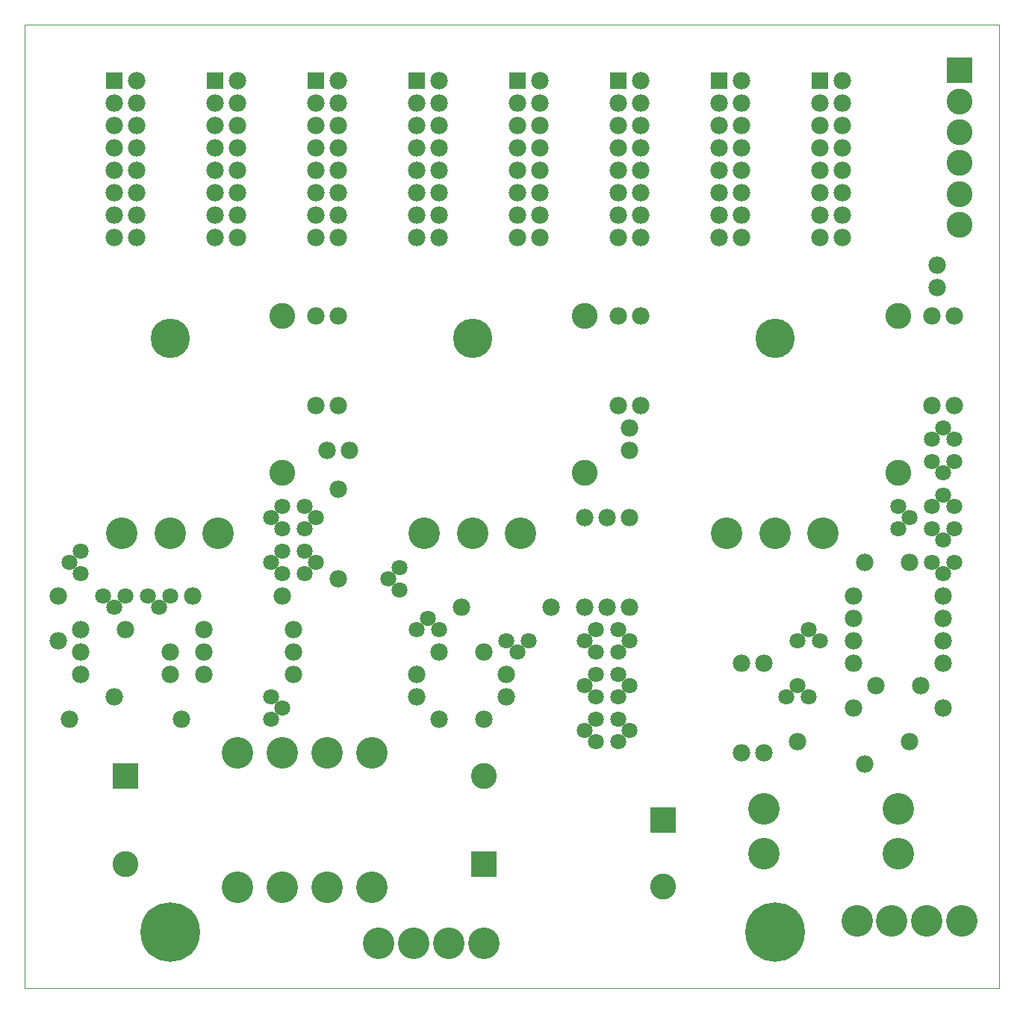
<source format=gts>
G04 #@! TF.FileFunction,Soldermask,Top*
%FSLAX46Y46*%
G04 Gerber Fmt 4.6, Leading zero omitted, Abs format (unit mm)*
G04 Created by KiCad (PCBNEW 4.0.6) date 04/10/17 20:11:08*
%MOMM*%
%LPD*%
G01*
G04 APERTURE LIST*
%ADD10C,0.100000*%
%ADD11C,0.025400*%
%ADD12C,1.974800*%
%ADD13R,2.940000X2.940000*%
%ADD14C,2.940000*%
%ADD15C,3.575000*%
%ADD16R,1.974800X1.974800*%
%ADD17C,1.797000*%
%ADD18C,6.750000*%
%ADD19C,4.464000*%
G04 APERTURE END LIST*
D10*
D11*
X212090000Y-147320000D02*
X101600000Y-147320000D01*
X212090000Y-38100000D02*
X212090000Y-147320000D01*
X101600000Y-38100000D02*
X212090000Y-38100000D01*
X101600000Y-147320000D02*
X101600000Y-38100000D01*
D12*
X203200000Y-113030000D03*
X198120000Y-113030000D03*
X196850000Y-99060000D03*
X201930000Y-99060000D03*
X205105000Y-67945000D03*
X205105000Y-65405000D03*
X105410000Y-102870000D03*
X105410000Y-107950000D03*
X113030000Y-106680000D03*
X107950000Y-106680000D03*
X135890000Y-86360000D03*
X138430000Y-86360000D03*
X153670000Y-116840000D03*
X148590000Y-116840000D03*
X170180000Y-86360000D03*
X170180000Y-83820000D03*
D13*
X113030000Y-123270000D03*
D14*
X113030000Y-133270000D03*
D13*
X153670000Y-133270000D03*
D14*
X153670000Y-123270000D03*
D13*
X173990000Y-128330000D03*
D14*
X173990000Y-135830000D03*
D12*
X148590000Y-109220000D03*
X153670000Y-109220000D03*
D15*
X125730000Y-120650000D03*
X125730000Y-135890000D03*
X130810000Y-120650000D03*
X130810000Y-135890000D03*
X135890000Y-135890000D03*
X135890000Y-120650000D03*
X140970000Y-135890000D03*
X140970000Y-120650000D03*
X185420000Y-132080000D03*
X200660000Y-132080000D03*
X185420000Y-127000000D03*
X200660000Y-127000000D03*
D16*
X111760000Y-44450000D03*
D12*
X114300000Y-44450000D03*
X111760000Y-46990000D03*
X114300000Y-46990000D03*
X111760000Y-49530000D03*
X114300000Y-49530000D03*
X111760000Y-52070000D03*
X114300000Y-52070000D03*
X111760000Y-54610000D03*
X114300000Y-54610000D03*
X111760000Y-57150000D03*
X114300000Y-57150000D03*
X111760000Y-59690000D03*
X114300000Y-59690000D03*
X111760000Y-62230000D03*
X114300000Y-62230000D03*
D16*
X123190000Y-44450000D03*
D12*
X125730000Y-44450000D03*
X123190000Y-46990000D03*
X125730000Y-46990000D03*
X123190000Y-49530000D03*
X125730000Y-49530000D03*
X123190000Y-52070000D03*
X125730000Y-52070000D03*
X123190000Y-54610000D03*
X125730000Y-54610000D03*
X123190000Y-57150000D03*
X125730000Y-57150000D03*
X123190000Y-59690000D03*
X125730000Y-59690000D03*
X123190000Y-62230000D03*
X125730000Y-62230000D03*
D16*
X134620000Y-44450000D03*
D12*
X137160000Y-44450000D03*
X134620000Y-46990000D03*
X137160000Y-46990000D03*
X134620000Y-49530000D03*
X137160000Y-49530000D03*
X134620000Y-52070000D03*
X137160000Y-52070000D03*
X134620000Y-54610000D03*
X137160000Y-54610000D03*
X134620000Y-57150000D03*
X137160000Y-57150000D03*
X134620000Y-59690000D03*
X137160000Y-59690000D03*
X134620000Y-62230000D03*
X137160000Y-62230000D03*
D16*
X146050000Y-44450000D03*
D12*
X148590000Y-44450000D03*
X146050000Y-46990000D03*
X148590000Y-46990000D03*
X146050000Y-49530000D03*
X148590000Y-49530000D03*
X146050000Y-52070000D03*
X148590000Y-52070000D03*
X146050000Y-54610000D03*
X148590000Y-54610000D03*
X146050000Y-57150000D03*
X148590000Y-57150000D03*
X146050000Y-59690000D03*
X148590000Y-59690000D03*
X146050000Y-62230000D03*
X148590000Y-62230000D03*
D16*
X157480000Y-44450000D03*
D12*
X160020000Y-44450000D03*
X157480000Y-46990000D03*
X160020000Y-46990000D03*
X157480000Y-49530000D03*
X160020000Y-49530000D03*
X157480000Y-52070000D03*
X160020000Y-52070000D03*
X157480000Y-54610000D03*
X160020000Y-54610000D03*
X157480000Y-57150000D03*
X160020000Y-57150000D03*
X157480000Y-59690000D03*
X160020000Y-59690000D03*
X157480000Y-62230000D03*
X160020000Y-62230000D03*
D16*
X168910000Y-44450000D03*
D12*
X171450000Y-44450000D03*
X168910000Y-46990000D03*
X171450000Y-46990000D03*
X168910000Y-49530000D03*
X171450000Y-49530000D03*
X168910000Y-52070000D03*
X171450000Y-52070000D03*
X168910000Y-54610000D03*
X171450000Y-54610000D03*
X168910000Y-57150000D03*
X171450000Y-57150000D03*
X168910000Y-59690000D03*
X171450000Y-59690000D03*
X168910000Y-62230000D03*
X171450000Y-62230000D03*
D16*
X180340000Y-44450000D03*
D12*
X182880000Y-44450000D03*
X180340000Y-46990000D03*
X182880000Y-46990000D03*
X180340000Y-49530000D03*
X182880000Y-49530000D03*
X180340000Y-52070000D03*
X182880000Y-52070000D03*
X180340000Y-54610000D03*
X182880000Y-54610000D03*
X180340000Y-57150000D03*
X182880000Y-57150000D03*
X180340000Y-59690000D03*
X182880000Y-59690000D03*
X180340000Y-62230000D03*
X182880000Y-62230000D03*
D16*
X191770000Y-44450000D03*
D12*
X194310000Y-44450000D03*
X191770000Y-46990000D03*
X194310000Y-46990000D03*
X191770000Y-49530000D03*
X194310000Y-49530000D03*
X191770000Y-52070000D03*
X194310000Y-52070000D03*
X191770000Y-54610000D03*
X194310000Y-54610000D03*
X191770000Y-57150000D03*
X194310000Y-57150000D03*
X191770000Y-59690000D03*
X194310000Y-59690000D03*
X191770000Y-62230000D03*
X194310000Y-62230000D03*
D15*
X207873600Y-139700000D03*
X203911200Y-139700000D03*
X199948800Y-139700000D03*
X195986400Y-139700000D03*
X153670000Y-142240000D03*
X149707600Y-142240000D03*
X145745200Y-142240000D03*
X141782800Y-142240000D03*
D17*
X189230000Y-107950000D03*
X190500000Y-106680000D03*
X191770000Y-107950000D03*
X205740000Y-96520000D03*
X204470000Y-95250000D03*
X207010000Y-95250000D03*
X207010000Y-92710000D03*
X204470000Y-92710000D03*
X205740000Y-91440000D03*
X205740000Y-88900000D03*
X204470000Y-87630000D03*
X207010000Y-87630000D03*
X207010000Y-85090000D03*
X204470000Y-85090000D03*
X205740000Y-83820000D03*
X200660000Y-92710000D03*
X201930000Y-93980000D03*
X200660000Y-95250000D03*
X107950000Y-100330000D03*
X106680000Y-99060000D03*
X107950000Y-97790000D03*
X129540000Y-93980000D03*
X130810000Y-92710000D03*
X130810000Y-95250000D03*
X133350000Y-95250000D03*
X133350000Y-92710000D03*
X134620000Y-93980000D03*
X129540000Y-99060000D03*
X130810000Y-97790000D03*
X130810000Y-100330000D03*
X133350000Y-100330000D03*
X133350000Y-97790000D03*
X134620000Y-99060000D03*
X118110000Y-102870000D03*
X116840000Y-104140000D03*
X115570000Y-102870000D03*
X158750000Y-107950000D03*
X157480000Y-109220000D03*
X156210000Y-107950000D03*
X146050000Y-106680000D03*
X147320000Y-105410000D03*
X148590000Y-106680000D03*
X170180000Y-107950000D03*
X168910000Y-109220000D03*
X168910000Y-106680000D03*
X166370000Y-106680000D03*
X166370000Y-109220000D03*
X165100000Y-107950000D03*
X165100000Y-118110000D03*
X166370000Y-116840000D03*
X166370000Y-119380000D03*
X168910000Y-119380000D03*
X168910000Y-116840000D03*
X170180000Y-118110000D03*
X165100000Y-113030000D03*
X166370000Y-111760000D03*
X166370000Y-114300000D03*
X168910000Y-114300000D03*
X168910000Y-111760000D03*
X170180000Y-113030000D03*
X144145000Y-102235000D03*
X142875000Y-100965000D03*
X144145000Y-99695000D03*
D12*
X195580000Y-115570000D03*
X205740000Y-115570000D03*
X201930000Y-119380000D03*
X196850000Y-121920000D03*
X189230000Y-119380000D03*
X185420000Y-120650000D03*
X185420000Y-110490000D03*
X195580000Y-107950000D03*
X205740000Y-107950000D03*
X195580000Y-102870000D03*
X205740000Y-102870000D03*
X195580000Y-110490000D03*
X205740000Y-110490000D03*
X182880000Y-110490000D03*
X182880000Y-120650000D03*
X195580000Y-105410000D03*
X205740000Y-105410000D03*
X204470000Y-71120000D03*
X204470000Y-81280000D03*
X207010000Y-71120000D03*
X207010000Y-81280000D03*
X132080000Y-106680000D03*
X121920000Y-106680000D03*
X106680000Y-116840000D03*
X111760000Y-114300000D03*
X119380000Y-116840000D03*
X121920000Y-109220000D03*
X132080000Y-109220000D03*
X107950000Y-111760000D03*
X118110000Y-111760000D03*
X120650000Y-102870000D03*
X130810000Y-102870000D03*
X107950000Y-109220000D03*
X118110000Y-109220000D03*
X121920000Y-111760000D03*
X132080000Y-111760000D03*
X137160000Y-90805000D03*
X137160000Y-100965000D03*
X134620000Y-71120000D03*
X134620000Y-81280000D03*
X137160000Y-81280000D03*
X137160000Y-71120000D03*
X146050000Y-114300000D03*
X156210000Y-114300000D03*
X151130000Y-104140000D03*
X161290000Y-104140000D03*
X146050000Y-111760000D03*
X156210000Y-111760000D03*
X165100000Y-93980000D03*
X165100000Y-104140000D03*
X167640000Y-93980000D03*
X167640000Y-104140000D03*
X170180000Y-93980000D03*
X170180000Y-104140000D03*
X168910000Y-71120000D03*
X168910000Y-81280000D03*
X171450000Y-81280000D03*
X171450000Y-71120000D03*
D17*
X187960000Y-114300000D03*
X189230000Y-113030000D03*
X190500000Y-114300000D03*
X129540000Y-114300000D03*
X130810000Y-115570000D03*
X129540000Y-116840000D03*
D14*
X200660000Y-88900000D03*
X200660000Y-71120000D03*
X130810000Y-88900000D03*
X130810000Y-71120000D03*
X165100000Y-71120000D03*
X165100000Y-88900000D03*
D18*
X186690000Y-140970000D03*
X118110000Y-140970000D03*
D17*
X207010000Y-99060000D03*
X205740000Y-100330000D03*
X204470000Y-99060000D03*
X113030000Y-102870000D03*
X111760000Y-104140000D03*
X110490000Y-102870000D03*
D15*
X146939000Y-95758000D03*
X152400000Y-95758000D03*
X157861000Y-95758000D03*
D19*
X152400000Y-73660000D03*
D15*
X112649000Y-95758000D03*
X118110000Y-95758000D03*
X123571000Y-95758000D03*
D19*
X118110000Y-73660000D03*
D15*
X181229000Y-95758000D03*
X186690000Y-95758000D03*
X192151000Y-95758000D03*
D19*
X186690000Y-73660000D03*
D13*
X207645000Y-43320000D03*
D14*
X207645000Y-46820000D03*
X207645000Y-50320000D03*
X207645000Y-53820000D03*
X207645000Y-57320000D03*
X207645000Y-60820000D03*
M02*

</source>
